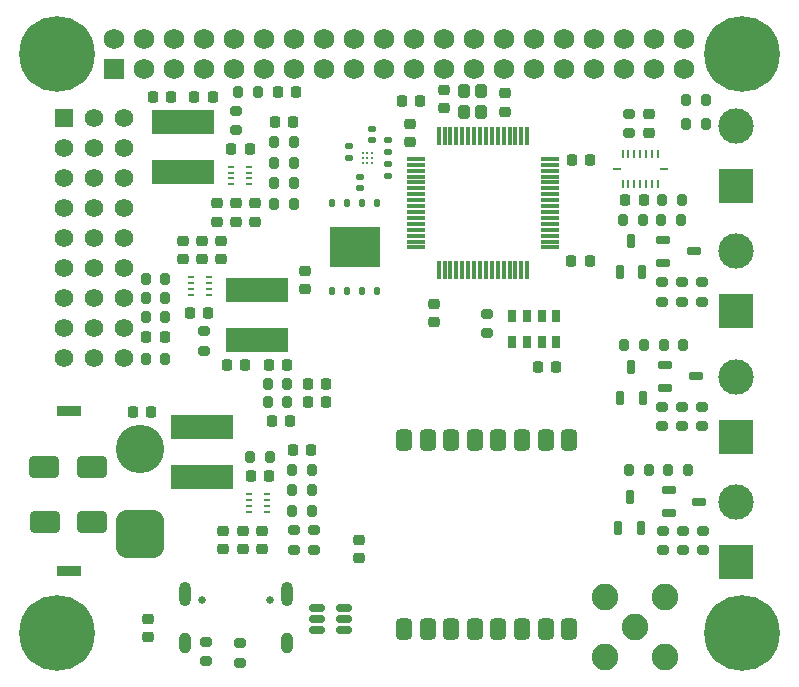
<source format=gbr>
%TF.GenerationSoftware,KiCad,Pcbnew,9.0.2+dfsg-1*%
%TF.CreationDate,2025-11-29T03:23:52-08:00*%
%TF.ProjectId,rc-plane,72632d70-6c61-46e6-952e-6b696361645f,rev?*%
%TF.SameCoordinates,Original*%
%TF.FileFunction,Soldermask,Bot*%
%TF.FilePolarity,Negative*%
%FSLAX46Y46*%
G04 Gerber Fmt 4.6, Leading zero omitted, Abs format (unit mm)*
G04 Created by KiCad (PCBNEW 9.0.2+dfsg-1) date 2025-11-29 03:23:52*
%MOMM*%
%LPD*%
G01*
G04 APERTURE LIST*
G04 Aperture macros list*
%AMRoundRect*
0 Rectangle with rounded corners*
0 $1 Rounding radius*
0 $2 $3 $4 $5 $6 $7 $8 $9 X,Y pos of 4 corners*
0 Add a 4 corners polygon primitive as box body*
4,1,4,$2,$3,$4,$5,$6,$7,$8,$9,$2,$3,0*
0 Add four circle primitives for the rounded corners*
1,1,$1+$1,$2,$3*
1,1,$1+$1,$4,$5*
1,1,$1+$1,$6,$7*
1,1,$1+$1,$8,$9*
0 Add four rect primitives between the rounded corners*
20,1,$1+$1,$2,$3,$4,$5,0*
20,1,$1+$1,$4,$5,$6,$7,0*
20,1,$1+$1,$6,$7,$8,$9,0*
20,1,$1+$1,$8,$9,$2,$3,0*%
G04 Aperture macros list end*
%ADD10R,0.609600X0.279400*%
%ADD11RoundRect,0.102000X-0.685000X0.685000X-0.685000X-0.685000X0.685000X-0.685000X0.685000X0.685000X0*%
%ADD12C,1.574000*%
%ADD13RoundRect,0.102000X-0.762000X-0.762000X0.762000X-0.762000X0.762000X0.762000X-0.762000X0.762000X0*%
%ADD14C,1.728000*%
%ADD15C,6.404000*%
%ADD16R,3.000000X3.000000*%
%ADD17C,3.000000*%
%ADD18C,2.250000*%
%ADD19C,0.650000*%
%ADD20O,1.000000X2.100000*%
%ADD21O,1.000000X1.800000*%
%ADD22R,2.000000X0.900000*%
%ADD23RoundRect,1.025000X1.025000X-1.025000X1.025000X1.025000X-1.025000X1.025000X-1.025000X-1.025000X0*%
%ADD24C,4.100000*%
%ADD25RoundRect,0.200000X-0.200000X-0.275000X0.200000X-0.275000X0.200000X0.275000X-0.200000X0.275000X0*%
%ADD26RoundRect,0.162500X0.162500X-0.447500X0.162500X0.447500X-0.162500X0.447500X-0.162500X-0.447500X0*%
%ADD27RoundRect,0.225000X0.250000X-0.225000X0.250000X0.225000X-0.250000X0.225000X-0.250000X-0.225000X0*%
%ADD28RoundRect,0.200000X0.275000X-0.200000X0.275000X0.200000X-0.275000X0.200000X-0.275000X-0.200000X0*%
%ADD29RoundRect,0.225000X-0.225000X-0.250000X0.225000X-0.250000X0.225000X0.250000X-0.225000X0.250000X0*%
%ADD30C,0.228600*%
%ADD31RoundRect,0.225000X0.225000X0.250000X-0.225000X0.250000X-0.225000X-0.250000X0.225000X-0.250000X0*%
%ADD32RoundRect,0.218750X0.218750X0.256250X-0.218750X0.256250X-0.218750X-0.256250X0.218750X-0.256250X0*%
%ADD33RoundRect,0.200000X-0.275000X0.200000X-0.275000X-0.200000X0.275000X-0.200000X0.275000X0.200000X0*%
%ADD34RoundRect,0.200000X0.200000X0.275000X-0.200000X0.275000X-0.200000X-0.275000X0.200000X-0.275000X0*%
%ADD35RoundRect,0.225000X-0.250000X0.225000X-0.250000X-0.225000X0.250000X-0.225000X0.250000X0.225000X0*%
%ADD36RoundRect,0.162500X-0.447500X-0.162500X0.447500X-0.162500X0.447500X0.162500X-0.447500X0.162500X0*%
%ADD37RoundRect,0.140000X-0.170000X0.140000X-0.170000X-0.140000X0.170000X-0.140000X0.170000X0.140000X0*%
%ADD38RoundRect,0.075000X-0.075000X0.700000X-0.075000X-0.700000X0.075000X-0.700000X0.075000X0.700000X0*%
%ADD39RoundRect,0.075000X-0.700000X0.075000X-0.700000X-0.075000X0.700000X-0.075000X0.700000X0.075000X0*%
%ADD40RoundRect,0.060000X0.240000X-0.490000X0.240000X0.490000X-0.240000X0.490000X-0.240000X-0.490000X0*%
%ADD41RoundRect,0.350000X-0.350000X0.550000X-0.350000X-0.550000X0.350000X-0.550000X0.350000X0.550000X0*%
%ADD42RoundRect,0.250000X1.000000X0.650000X-1.000000X0.650000X-1.000000X-0.650000X1.000000X-0.650000X0*%
%ADD43RoundRect,0.135000X0.185000X-0.135000X0.185000X0.135000X-0.185000X0.135000X-0.185000X-0.135000X0*%
%ADD44R,0.250000X0.675000*%
%ADD45R,0.675000X0.250000*%
%ADD46RoundRect,0.102000X2.550000X-0.950000X2.550000X0.950000X-2.550000X0.950000X-2.550000X-0.950000X0*%
%ADD47RoundRect,0.125000X-0.125000X0.200000X-0.125000X-0.200000X0.125000X-0.200000X0.125000X0.200000X0*%
%ADD48R,4.300000X3.400000*%
%ADD49RoundRect,0.150000X-0.512500X-0.150000X0.512500X-0.150000X0.512500X0.150000X-0.512500X0.150000X0*%
%ADD50RoundRect,0.102000X-2.550000X0.950000X-2.550000X-0.950000X2.550000X-0.950000X2.550000X0.950000X0*%
%ADD51RoundRect,0.140000X0.170000X-0.140000X0.170000X0.140000X-0.170000X0.140000X-0.170000X-0.140000X0*%
%ADD52RoundRect,0.250000X-0.250000X0.325000X-0.250000X-0.325000X0.250000X-0.325000X0.250000X0.325000X0*%
%ADD53RoundRect,0.135000X-0.185000X0.135000X-0.185000X-0.135000X0.185000X-0.135000X0.185000X0.135000X0*%
G04 APERTURE END LIST*
D10*
%TO.C,U13*%
X97760895Y-91250000D03*
X97760895Y-90749999D03*
X97760895Y-90249999D03*
X97760895Y-89749998D03*
X99259495Y-89749998D03*
X99259495Y-90249999D03*
X99259495Y-90749999D03*
X99259495Y-91250000D03*
%TD*%
%TO.C,U12*%
X94361100Y-71412500D03*
X94361100Y-71912501D03*
X94361100Y-72412501D03*
X94361100Y-72912502D03*
X92862500Y-72912502D03*
X92862500Y-72412501D03*
X92862500Y-71912501D03*
X92862500Y-71412500D03*
%TD*%
%TO.C,U5*%
X96238900Y-63537500D03*
X96238900Y-63037499D03*
X96238900Y-62537499D03*
X96238900Y-62037498D03*
X97737500Y-62037498D03*
X97737500Y-62537499D03*
X97737500Y-63037499D03*
X97737500Y-63537500D03*
%TD*%
D11*
%TO.C,J9*%
X82070000Y-57940000D03*
D12*
X84610000Y-57940000D03*
X87150000Y-57940000D03*
X82070000Y-60480000D03*
X84610000Y-60480000D03*
X87150000Y-60480000D03*
X82070000Y-63020000D03*
X84610000Y-63020000D03*
X87150000Y-63020000D03*
X82070000Y-65560000D03*
X84610000Y-65560000D03*
X87150000Y-65560000D03*
X82070000Y-68100000D03*
X84610000Y-68100000D03*
X87150000Y-68100000D03*
X82070000Y-70640000D03*
X84610000Y-70640000D03*
X87150000Y-70640000D03*
X82070000Y-73180000D03*
X84610000Y-73180000D03*
X87150000Y-73180000D03*
X82070000Y-75720000D03*
X84610000Y-75720000D03*
X87150000Y-75720000D03*
X82070000Y-78260000D03*
X84610000Y-78260000D03*
X87150000Y-78260000D03*
%TD*%
D13*
%TO.C,U10*%
X86370000Y-53770000D03*
D14*
X86370000Y-51230000D03*
X88910000Y-53770000D03*
X88910000Y-51230000D03*
X91450000Y-53770000D03*
X91450000Y-51230000D03*
X93990000Y-53770000D03*
X93990000Y-51230000D03*
X96530000Y-53770000D03*
X96530000Y-51230000D03*
X99070000Y-53770000D03*
X99070000Y-51230000D03*
X101610000Y-53770000D03*
X101610000Y-51230000D03*
X104150000Y-53770000D03*
X104150000Y-51230000D03*
X106690000Y-53770000D03*
X106690000Y-51230000D03*
X109230000Y-53770000D03*
X109230000Y-51230000D03*
X111770000Y-53770000D03*
X111770000Y-51230000D03*
X114310000Y-53770000D03*
X114310000Y-51230000D03*
X116850000Y-53770000D03*
X116850000Y-51230000D03*
X119390000Y-53770000D03*
X119390000Y-51230000D03*
X121930000Y-53770000D03*
X121930000Y-51230000D03*
X124470000Y-53770000D03*
X124470000Y-51230000D03*
X127010000Y-53770000D03*
X127010000Y-51230000D03*
X129550000Y-53770000D03*
X129550000Y-51230000D03*
X132090000Y-53770000D03*
X132090000Y-51230000D03*
X134630000Y-53770000D03*
X134630000Y-51230000D03*
D15*
X81500000Y-52500000D03*
X139500000Y-52500000D03*
X139500000Y-101500000D03*
X81500000Y-101500000D03*
%TD*%
D16*
%TO.C,J6*%
X139000000Y-84890000D03*
D17*
X139000000Y-79810000D03*
%TD*%
D16*
%TO.C,J4*%
X139000000Y-95490000D03*
D17*
X139000000Y-90410000D03*
%TD*%
D16*
%TO.C,J2*%
X139000000Y-63690000D03*
D17*
X139000000Y-58610000D03*
%TD*%
D16*
%TO.C,J8*%
X139000000Y-74280000D03*
D17*
X139000000Y-69200000D03*
%TD*%
D18*
%TO.C,J3*%
X130440000Y-101040000D03*
X132980000Y-103580000D03*
X132980000Y-98500000D03*
X127900000Y-103580000D03*
X127900000Y-98500000D03*
%TD*%
D19*
%TO.C,J7*%
X93760000Y-98710000D03*
X99540000Y-98710000D03*
D20*
X92330000Y-98210000D03*
D21*
X92330000Y-102390000D03*
D20*
X100970000Y-98210000D03*
D21*
X100970000Y-102390000D03*
%TD*%
D22*
%TO.C,J1*%
X82550000Y-96250000D03*
X82550000Y-82750000D03*
D23*
X88550000Y-93100000D03*
D24*
X88550000Y-85900000D03*
%TD*%
D25*
%TO.C,R37*%
X132675000Y-66550000D03*
X134325000Y-66550000D03*
%TD*%
D26*
%TO.C,Q1*%
X130950000Y-92620000D03*
X129050000Y-92620000D03*
X130000000Y-90000000D03*
%TD*%
D27*
%TO.C,C28*%
X95025000Y-66700000D03*
X95025000Y-65150000D03*
%TD*%
D28*
%TO.C,R15*%
X132700000Y-84000000D03*
X132700000Y-82350000D03*
%TD*%
D29*
%TO.C,C48*%
X89075000Y-76425000D03*
X90625000Y-76425000D03*
%TD*%
D30*
%TO.C,U8*%
X108200050Y-61700050D03*
X108200050Y-61300000D03*
X108200050Y-60899950D03*
X107800000Y-61700050D03*
X107800000Y-61300000D03*
X107800000Y-60899950D03*
X107399950Y-61700050D03*
X107399950Y-61300000D03*
X107399950Y-60899950D03*
%TD*%
D29*
%TO.C,C36*%
X96275000Y-60537500D03*
X97825000Y-60537500D03*
%TD*%
D31*
%TO.C,C55*%
X103046995Y-86050000D03*
X101496995Y-86050000D03*
%TD*%
D25*
%TO.C,R61*%
X101446995Y-87760000D03*
X103096995Y-87760000D03*
%TD*%
D32*
%TO.C,D12*%
X104312500Y-80400000D03*
X102737500Y-80400000D03*
%TD*%
D25*
%TO.C,R57*%
X99375000Y-82000000D03*
X101025000Y-82000000D03*
%TD*%
D33*
%TO.C,R38*%
X132700000Y-71825000D03*
X132700000Y-73475000D03*
%TD*%
%TO.C,R5*%
X136200000Y-92875000D03*
X136200000Y-94525000D03*
%TD*%
D34*
%TO.C,R1*%
X136425000Y-56400000D03*
X134775000Y-56400000D03*
%TD*%
D25*
%TO.C,R34*%
X132875000Y-77100000D03*
X134525000Y-77100000D03*
%TD*%
D31*
%TO.C,C44*%
X94325000Y-74412500D03*
X92775000Y-74412500D03*
%TD*%
D25*
%TO.C,R3*%
X134775000Y-58400000D03*
X136425000Y-58400000D03*
%TD*%
%TO.C,R50*%
X89025000Y-73150000D03*
X90675000Y-73150000D03*
%TD*%
D35*
%TO.C,C33*%
X113400000Y-73625000D03*
X113400000Y-75175000D03*
%TD*%
D33*
%TO.C,R18*%
X136150000Y-82350000D03*
X136150000Y-84000000D03*
%TD*%
D36*
%TO.C,Q7*%
X132840000Y-70150000D03*
X132840000Y-68250000D03*
X135460000Y-69200000D03*
%TD*%
D31*
%TO.C,C32*%
X131175000Y-64850000D03*
X129625000Y-64850000D03*
%TD*%
D25*
%TO.C,R46*%
X99925000Y-63437500D03*
X101575000Y-63437500D03*
%TD*%
D37*
%TO.C,C30*%
X107200000Y-62900000D03*
X107200000Y-63860000D03*
%TD*%
D35*
%TO.C,C1*%
X114300000Y-55525000D03*
X114300000Y-57075000D03*
%TD*%
D25*
%TO.C,R35*%
X129475000Y-66550000D03*
X131125000Y-66550000D03*
%TD*%
D27*
%TO.C,C50*%
X98871995Y-94425000D03*
X98871995Y-92875000D03*
%TD*%
D38*
%TO.C,U11*%
X113825000Y-59450000D03*
X114325000Y-59450000D03*
X114825000Y-59450000D03*
X115325000Y-59450000D03*
X115825000Y-59450000D03*
X116325000Y-59450000D03*
X116825000Y-59450000D03*
X117325000Y-59450000D03*
X117825000Y-59450000D03*
X118325000Y-59450000D03*
X118825000Y-59450000D03*
X119325000Y-59450000D03*
X119825000Y-59450000D03*
X120325000Y-59450000D03*
X120825000Y-59450000D03*
X121325000Y-59450000D03*
D39*
X123250000Y-61375000D03*
X123250000Y-61875000D03*
X123250000Y-62375000D03*
X123250000Y-62875000D03*
X123250000Y-63375000D03*
X123250000Y-63875000D03*
X123250000Y-64375000D03*
X123250000Y-64875000D03*
X123250000Y-65375000D03*
X123250000Y-65875000D03*
X123250000Y-66375000D03*
X123250000Y-66875000D03*
X123250000Y-67375000D03*
X123250000Y-67875000D03*
X123250000Y-68375000D03*
X123250000Y-68875000D03*
D38*
X121325000Y-70800000D03*
X120825000Y-70800000D03*
X120325000Y-70800000D03*
X119825000Y-70800000D03*
X119325000Y-70800000D03*
X118825000Y-70800000D03*
X118325000Y-70800000D03*
X117825000Y-70800000D03*
X117325000Y-70800000D03*
X116825000Y-70800000D03*
X116325000Y-70800000D03*
X115825000Y-70800000D03*
X115325000Y-70800000D03*
X114825000Y-70800000D03*
X114325000Y-70800000D03*
X113825000Y-70800000D03*
D39*
X111900000Y-68875000D03*
X111900000Y-68375000D03*
X111900000Y-67875000D03*
X111900000Y-67375000D03*
X111900000Y-66875000D03*
X111900000Y-66375000D03*
X111900000Y-65875000D03*
X111900000Y-65375000D03*
X111900000Y-64875000D03*
X111900000Y-64375000D03*
X111900000Y-63875000D03*
X111900000Y-63375000D03*
X111900000Y-62875000D03*
X111900000Y-62375000D03*
X111900000Y-61875000D03*
X111900000Y-61375000D03*
%TD*%
D34*
%TO.C,R51*%
X90675000Y-74800000D03*
X89025000Y-74800000D03*
%TD*%
D40*
%TO.C,U7*%
X123800000Y-76900000D03*
X122550000Y-76900000D03*
X121300000Y-76900000D03*
X120050000Y-76900000D03*
X120050000Y-74700000D03*
X121300000Y-74700000D03*
X122550000Y-74700000D03*
X123800000Y-74700000D03*
%TD*%
D34*
%TO.C,R4*%
X131625000Y-87700000D03*
X129975000Y-87700000D03*
%TD*%
D33*
%TO.C,R39*%
X134400000Y-71825000D03*
X134400000Y-73475000D03*
%TD*%
%TO.C,R40*%
X117900000Y-74475000D03*
X117900000Y-76125000D03*
%TD*%
D34*
%TO.C,R60*%
X103096995Y-89450000D03*
X101446995Y-89450000D03*
%TD*%
D36*
%TO.C,Q2*%
X133290000Y-91350000D03*
X133290000Y-89450000D03*
X135910000Y-90400000D03*
%TD*%
D25*
%TO.C,R49*%
X101446995Y-91150000D03*
X103096995Y-91150000D03*
%TD*%
D27*
%TO.C,C31*%
X98300000Y-66700000D03*
X98300000Y-65150000D03*
%TD*%
D41*
%TO.C,U2*%
X110890000Y-85140000D03*
X112890000Y-85140000D03*
X114890000Y-85140000D03*
X116890000Y-85140000D03*
X118890000Y-85140000D03*
X120890000Y-85140000D03*
X122890000Y-85140000D03*
X124890000Y-85140000D03*
X124890000Y-101140000D03*
X122890000Y-101140000D03*
X120890000Y-101140000D03*
X118890000Y-101140000D03*
X116890000Y-101140000D03*
X114890000Y-101140000D03*
X112890000Y-101140000D03*
X110890000Y-101140000D03*
%TD*%
D35*
%TO.C,C15*%
X89200000Y-100300000D03*
X89200000Y-101850000D03*
%TD*%
D34*
%TO.C,R32*%
X101575000Y-61700000D03*
X99925000Y-61700000D03*
%TD*%
D42*
%TO.C,D5*%
X84450000Y-87450000D03*
X80450000Y-87450000D03*
%TD*%
D27*
%TO.C,C29*%
X131625000Y-59165000D03*
X131625000Y-57615000D03*
%TD*%
D43*
%TO.C,R27*%
X109500000Y-62810000D03*
X109500000Y-61790000D03*
%TD*%
D33*
%TO.C,R14*%
X134400000Y-82350000D03*
X134400000Y-84000000D03*
%TD*%
D32*
%TO.C,D13*%
X104312500Y-82000000D03*
X102737500Y-82000000D03*
%TD*%
D44*
%TO.C,U6*%
X132400000Y-60937500D03*
X131900000Y-60937500D03*
X131400000Y-60937500D03*
X130900000Y-60937500D03*
X130400000Y-60937500D03*
X129900000Y-60937500D03*
X129400000Y-60937500D03*
D45*
X128887500Y-62200000D03*
D44*
X129400000Y-63462500D03*
X129900000Y-63462500D03*
X130400000Y-63462500D03*
X130900000Y-63462500D03*
X131400000Y-63462500D03*
X131900000Y-63462500D03*
X132400000Y-63462500D03*
D45*
X132912500Y-62200000D03*
%TD*%
D33*
%TO.C,R52*%
X93950000Y-75987499D03*
X93950000Y-77637499D03*
%TD*%
D31*
%TO.C,C38*%
X94700000Y-56137500D03*
X93150000Y-56137500D03*
%TD*%
D25*
%TO.C,R19*%
X129550000Y-77100000D03*
X131200000Y-77100000D03*
%TD*%
%TO.C,R41*%
X132775000Y-64850000D03*
X134425000Y-64850000D03*
%TD*%
D46*
%TO.C,L2*%
X92150000Y-62450000D03*
X92150000Y-58250000D03*
%TD*%
D25*
%TO.C,R48*%
X96850000Y-55750000D03*
X98500000Y-55750000D03*
%TD*%
D29*
%TO.C,C52*%
X97925000Y-88250000D03*
X99475000Y-88250000D03*
%TD*%
D25*
%TO.C,R55*%
X97875000Y-86600000D03*
X99525000Y-86600000D03*
%TD*%
D27*
%TO.C,C6*%
X111400000Y-59975000D03*
X111400000Y-58425000D03*
%TD*%
D32*
%TO.C,D11*%
X101787500Y-55750000D03*
X100212500Y-55750000D03*
%TD*%
D36*
%TO.C,Q4*%
X132980000Y-80750000D03*
X132980000Y-78850000D03*
X135600000Y-79800000D03*
%TD*%
D47*
%TO.C,U46*%
X104820000Y-65100000D03*
X106090000Y-65100000D03*
X107360000Y-65100000D03*
X108630000Y-65100000D03*
X108630000Y-72600000D03*
X107360000Y-72600000D03*
X106090000Y-72600000D03*
X104820000Y-72600000D03*
D48*
X106725000Y-68850000D03*
%TD*%
D26*
%TO.C,Q5*%
X131100000Y-81600000D03*
X129200000Y-81600000D03*
X130150000Y-78980000D03*
%TD*%
D31*
%TO.C,C45*%
X100999999Y-78812500D03*
X99449999Y-78812500D03*
%TD*%
D27*
%TO.C,C26*%
X96650000Y-66687500D03*
X96650000Y-65137500D03*
%TD*%
D49*
%TO.C,U9*%
X103525000Y-101300000D03*
X103525000Y-100350000D03*
X103525000Y-99400000D03*
X105800000Y-99400000D03*
X105800000Y-100350000D03*
X105800000Y-101300000D03*
%TD*%
D42*
%TO.C,D4*%
X84500000Y-92100000D03*
X80500000Y-92100000D03*
%TD*%
D50*
%TO.C,L3*%
X98450000Y-72500000D03*
X98450000Y-76700000D03*
%TD*%
D28*
%TO.C,R25*%
X97000000Y-104025000D03*
X97000000Y-102375000D03*
%TD*%
D33*
%TO.C,R36*%
X136100000Y-71825000D03*
X136100000Y-73475000D03*
%TD*%
%TO.C,R7*%
X134500000Y-92875000D03*
X134500000Y-94525000D03*
%TD*%
D34*
%TO.C,R53*%
X90675000Y-71512500D03*
X89025000Y-71512500D03*
%TD*%
D28*
%TO.C,R47*%
X96650000Y-58962501D03*
X96650000Y-57312501D03*
%TD*%
D51*
%TO.C,C27*%
X108200000Y-59800000D03*
X108200000Y-58840000D03*
%TD*%
D35*
%TO.C,C39*%
X93800000Y-68287500D03*
X93800000Y-69837500D03*
%TD*%
D31*
%TO.C,C5*%
X112275000Y-56500000D03*
X110725000Y-56500000D03*
%TD*%
D28*
%TO.C,R24*%
X94100000Y-103925000D03*
X94100000Y-102275000D03*
%TD*%
D52*
%TO.C,Y1*%
X117400000Y-55650000D03*
X117400000Y-57400000D03*
X116000000Y-57400000D03*
X116000000Y-55650000D03*
%TD*%
D46*
%TO.C,L4*%
X93800000Y-88300000D03*
X93800000Y-84100000D03*
%TD*%
D29*
%TO.C,C47*%
X95900000Y-78812500D03*
X97450000Y-78812500D03*
%TD*%
D27*
%TO.C,C49*%
X95600000Y-94425000D03*
X95600000Y-92875000D03*
%TD*%
D29*
%TO.C,C34*%
X125050000Y-70000000D03*
X126600000Y-70000000D03*
%TD*%
D27*
%TO.C,C46*%
X97250000Y-94425000D03*
X97250000Y-92875000D03*
%TD*%
D29*
%TO.C,C53*%
X87925000Y-82800000D03*
X89475000Y-82800000D03*
%TD*%
D33*
%TO.C,R58*%
X101571995Y-92825000D03*
X101571995Y-94475000D03*
%TD*%
D25*
%TO.C,R31*%
X99925000Y-65200000D03*
X101575000Y-65200000D03*
%TD*%
D31*
%TO.C,C25*%
X123775000Y-79000000D03*
X122225000Y-79000000D03*
%TD*%
D28*
%TO.C,R59*%
X103271995Y-94475000D03*
X103271995Y-92825000D03*
%TD*%
D27*
%TO.C,C14*%
X102550000Y-72400000D03*
X102550000Y-70850000D03*
%TD*%
D35*
%TO.C,C40*%
X95412500Y-68287500D03*
X95412500Y-69837500D03*
%TD*%
D31*
%TO.C,C21*%
X101525000Y-58250000D03*
X99975000Y-58250000D03*
%TD*%
D27*
%TO.C,C4*%
X119425000Y-57375000D03*
X119425000Y-55825000D03*
%TD*%
D28*
%TO.C,R42*%
X129925000Y-59215000D03*
X129925000Y-57565000D03*
%TD*%
D25*
%TO.C,R43*%
X99925000Y-59950000D03*
X101575000Y-59950000D03*
%TD*%
D31*
%TO.C,C54*%
X101275000Y-83600000D03*
X99725000Y-83600000D03*
%TD*%
D25*
%TO.C,R8*%
X133275000Y-87700000D03*
X134925000Y-87700000D03*
%TD*%
%TO.C,R56*%
X99375000Y-80400000D03*
X101025000Y-80400000D03*
%TD*%
D35*
%TO.C,C42*%
X107100000Y-93625000D03*
X107100000Y-95175000D03*
%TD*%
D34*
%TO.C,R54*%
X90675000Y-78337500D03*
X89025000Y-78337500D03*
%TD*%
D53*
%TO.C,R30*%
X109500000Y-59780000D03*
X109500000Y-60800000D03*
%TD*%
D33*
%TO.C,R6*%
X132800000Y-92875000D03*
X132800000Y-94525000D03*
%TD*%
D29*
%TO.C,C7*%
X125125000Y-61500000D03*
X126675000Y-61500000D03*
%TD*%
D26*
%TO.C,Q6*%
X131042500Y-70960000D03*
X129142500Y-70960000D03*
X130092500Y-68340000D03*
%TD*%
D29*
%TO.C,C37*%
X89600001Y-56137500D03*
X91150001Y-56137500D03*
%TD*%
D51*
%TO.C,C117*%
X106200000Y-61260000D03*
X106200000Y-60300000D03*
%TD*%
D35*
%TO.C,C41*%
X92200000Y-68287500D03*
X92200000Y-69837500D03*
%TD*%
M02*

</source>
